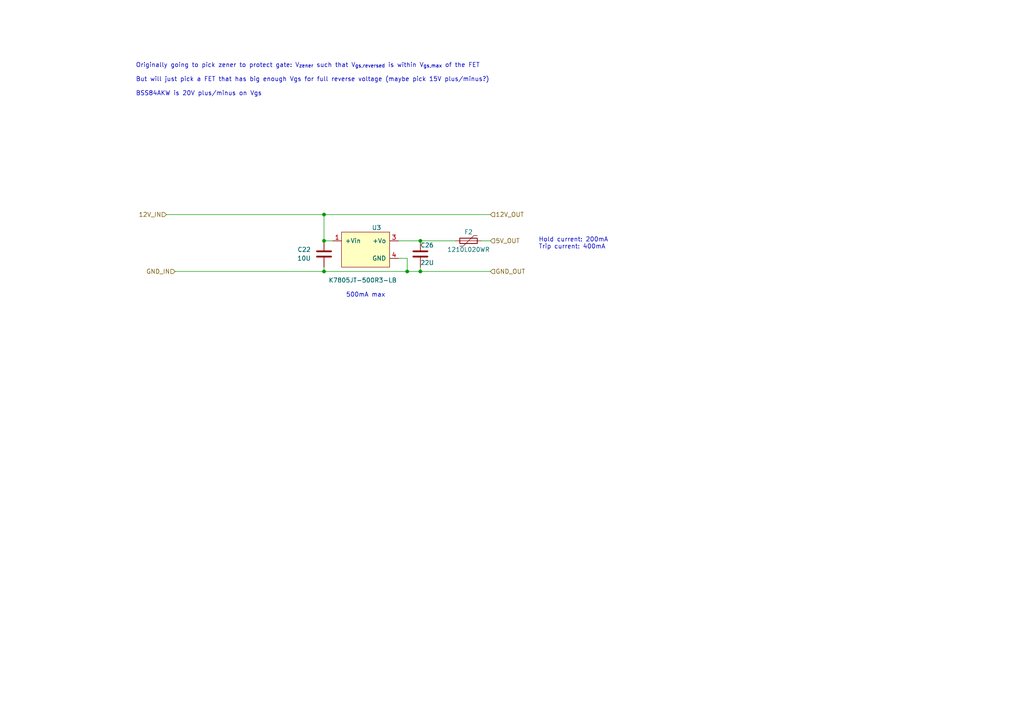
<source format=kicad_sch>
(kicad_sch (version 20230121) (generator eeschema)
  (paper "A4")
  (lib_symbols
    (symbol "Device:C" (pin_numbers hide) (pin_names (offset 0.254))
      (property "Reference" "C" (at 0.635 2.54 0))
      (property "Value" "C" (at 0.635 -2.54 0))
      (symbol "C_0_1"
        (polyline (pts (xy -2.032 -0.762) (xy 2.032 -0.762)) (stroke (width 0.508)))
        (polyline (pts (xy -2.032 0.762) (xy 2.032 0.762)) (stroke (width 0.508)))
      )
      (symbol "C_1_1"
        (pin passive line (at 0 3.81 270) (length 2.794) (name "~") (number "1"))
        (pin passive line (at 0 -3.81 90) (length 2.794) (name "~") (number "2"))
      )
    )
    (symbol "Device:Polyfuse" (pin_numbers hide) (pin_names (offset 0))
      (property "Reference" "F" (at -2.54 0 90))
      (property "Value" "Polyfuse" (at 2.54 0 90))
      (symbol "Polyfuse_0_1"
        (rectangle (start -0.762 2.54) (end 0.762 -2.54) (stroke (width 0.254)))
        (polyline (pts (xy 0 2.54) (xy 0 -2.54)))
        (polyline (pts (xy -1.524 2.54) (xy -1.524 1.524) (xy 1.524 -1.524) (xy 1.524 -2.54)))
      )
      (symbol "Polyfuse_1_1"
        (pin passive line (at 0 3.81 270) (length 1.27) (name "~") (number "1"))
        (pin passive line (at 0 -3.81 90) (length 1.27) (name "~") (number "2"))
      )
    )
    (symbol "william_dc_dc:K7805JT-500R3-LB" (pin_names (offset 1.016))
      (property "Reference" "U" (at 2.54 6.35 0))
      (property "Value" "K7805JT-500R3-LB	" (at 5.08 -6.35 0))
      (symbol "K7805JT-500R3-LB_0_1"
        (rectangle (start -5.08 5.08) (end 8.89 -5.08) (fill (type background)))
      )
      (symbol "K7805JT-500R3-LB_1_0"
        (pin power_out line (at 11.43 -2.54 180) (length 2.54) (name "GND") (number "4"))
      )
      (symbol "K7805JT-500R3-LB_1_1"
        (pin power_in line (at -7.62 2.54 0) (length 2.54) (name "+Vin") (number "1"))
        (pin no_connect line (at -5.08 -2.54 0) (length 2.54) hide (name "NC") (number "2"))
        (pin power_out line (at 11.43 2.54 180) (length 2.54) (name "+Vo") (number "3"))
      )
    )
  )
  (junction (at 93.98 62.23))
  (junction (at 121.92 78.74))
  (junction (at 93.98 69.85))
  (junction (at 118.11 78.74))
  (junction (at 93.98 78.74))
  (junction (at 121.92 69.85))
  (wire (pts (xy 93.98 69.85) (xy 96.52 69.85)))
  (wire (pts (xy 121.92 77.47) (xy 121.92 78.74)))
  (wire (pts (xy 121.92 78.74) (xy 142.24 78.74)))
  (wire (pts (xy 48.26 62.23) (xy 93.98 62.23)))
  (wire (pts (xy 93.98 62.23) (xy 93.98 69.85)))
  (wire (pts (xy 118.11 78.74) (xy 118.11 74.93)))
  (wire (pts (xy 115.57 69.85) (xy 121.92 69.85)))
  (wire (pts (xy 93.98 77.47) (xy 93.98 78.74)))
  (wire (pts (xy 121.92 69.85) (xy 132.08 69.85)))
  (wire (pts (xy 118.11 78.74) (xy 121.92 78.74)))
  (wire (pts (xy 139.7 69.85) (xy 142.24 69.85)))
  (wire (pts (xy 93.98 78.74) (xy 118.11 78.74)))
  (wire (pts (xy 142.24 62.23) (xy 93.98 62.23)))
  (wire (pts (xy 50.8 78.74) (xy 93.98 78.74)))
  (wire (pts (xy 118.11 74.93) (xy 115.57 74.93)))
  (text "500mA max" (at 100.33 86.36 0) (effects (font (size 1.27 1.27)) (justify left bottom)))
  (text "Originally going to pick zener to protect gate: V_{zener} such that V_{gs,reversed} is within V_{gs,max} of the FET\n\nBut will just pick a FET that has big enough Vgs for full reverse voltage (maybe pick 15V plus/minus?)\n\nBSS84AKW is 20V plus/minus on Vgs" (at 39.37 27.94 0) (effects (font (size 1.27 1.27)) (justify left bottom)))
  (text "Hold current: 200mA\nTrip current: 400mA" (at 156.21 72.39 0) (effects (font (size 1.27 1.27)) (justify left bottom)))
  (hierarchical_label "12V_IN" (shape input) (at 48.26 62.23 180))
  (hierarchical_label "GND_OUT" (shape input) (at 142.24 78.74 0))
  (hierarchical_label "12V_OUT" (shape input) (at 142.24 62.23 0))
  (hierarchical_label "GND_IN" (shape input) (at 50.8 78.74 180))
  (hierarchical_label "5V_OUT" (shape input) (at 142.24 69.85 0))
  (symbol (lib_id "Device:C") (at 121.92 73.66 0) (mirror y) (unit 1)
    (property "Reference" "C26" (at 121.92 71.12 0) (effects (justify right)))
    (property "Value" "22U" (at 121.92 76.2 0) (effects (justify right)))
    (property "Footprint" "Capacitor_SMD:C_0805_2012Metric" (effects hide))
  )
  (symbol (lib_id "Device:Polyfuse") (at 135.89 69.85 90) (unit 1)
    (property "Reference" "F2" (at 135.89 67.31 90))
    (property "Value" "1210L020WR" (at 135.89 72.39 90))
    (property "Footprint" "Fuse:Fuse_1210_3225Metric" (effects hide))
  )
  (symbol (lib_id "william_dc_dc:K7805JT-500R3-LB") (at 104.14 72.39 0) (unit 1)
    (property "Reference" "U3" (at 109.22 66.04 0))
    (property "Value" "K7805JT-500R3-LB	" (at 107.95 81.28 0))
    (property "Footprint" "william_dc_dc:K78_JT-500R3-LB" (effects hide))
    (property "Datasheet" "https://www.mornsun-power.com/html/pdf/K7805JT-500R3-LB.html" (effects hide))
  )
  (symbol (lib_id "Device:C") (at 93.98 73.66 0) (unit 1)
    (property "Reference" "C22" (at 90.17 72.39 0) (effects (justify right)))
    (property "Value" "10U" (at 90.17 74.93 0) (effects (justify right)))
    (property "Footprint" "Capacitor_SMD:C_0805_2012Metric" (effects hide))
  )
)
</source>
